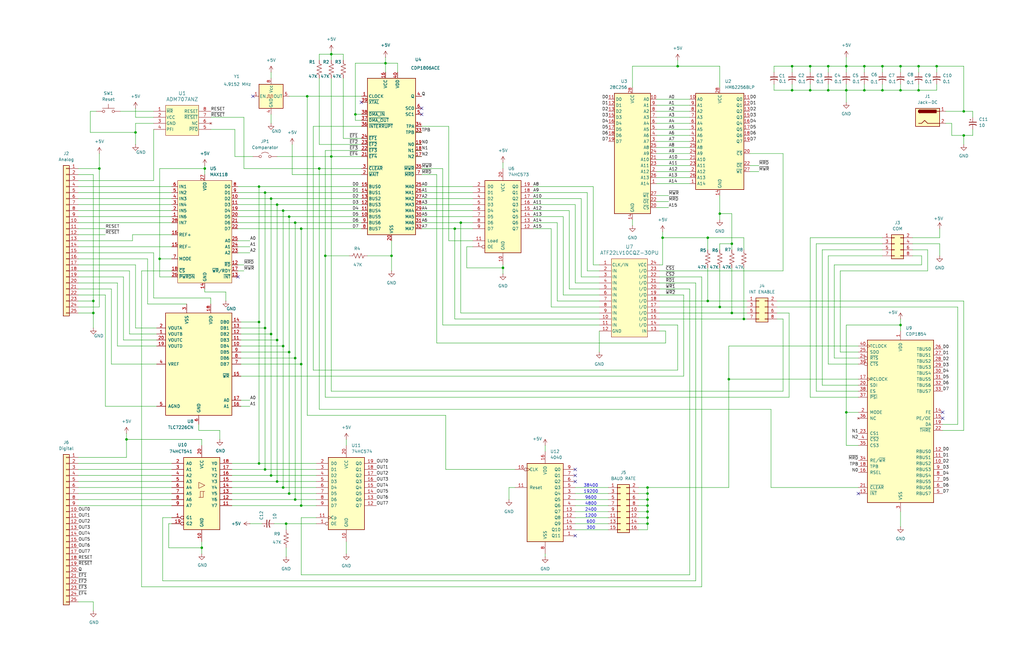
<source format=kicad_sch>
(kicad_sch (version 20250114) (generator "eeschema") (generator_version "9.0")
  (paper "B")
  (text "600" (at 249.174 220.218 0) (effects (font (size 1.27 1.27))))
  (text "9600" (at 249.174 210.058 0) (effects (font (size 1.27 1.27))))
  (text "38400" (at 249.174 204.978 0) (effects (font (size 1.27 1.27))))
  (text "300" (at 249.174 222.758 0) (effects (font (size 1.27 1.27))))
  (text "2400" (at 249.174 215.138 0) (effects (font (size 1.27 1.27))))
  (text "4800" (at 249.174 212.598 0) (effects (font (size 1.27 1.27))))
  (text "19200" (at 249.174 207.518 0) (effects (font (size 1.27 1.27))))
  (text "1200" (at 249.174 217.678 0) (effects (font (size 1.27 1.27))))
  (junction (at 134.62 71.12))
  (junction (at 120.65 220.98))
  (junction (at 119.38 88.9))
  (junction (at 387.35 27.94))
  (junction (at 149.86 48.26))
  (junction (at 334.01 27.94))
  (junction (at 273.05 213.36))
  (junction (at 298.45 100.33))
  (junction (at 127 213.36))
  (junction (at 356.87 173.99))
  (junction (at 119.38 146.05))
  (junction (at 372.11 38.1))
  (junction (at 194.31 93.98))
  (junction (at 212.09 113.03))
  (junction (at 379.73 38.1))
  (junction (at 124.46 93.98))
  (junction (at 121.92 208.28))
  (junction (at 114.3 200.66))
  (junction (at 341.63 27.94))
  (junction (at 139.7 22.86))
  (junction (at 372.11 27.94))
  (junction (at 53.34 185.42))
  (junction (at 356.87 27.94))
  (junction (at 285.75 27.94))
  (junction (at 273.05 208.28))
  (junction (at 109.22 78.74))
  (junction (at 307.34 160.02))
  (junction (at 334.01 38.1))
  (junction (at 137.16 107.95))
  (junction (at 308.61 132.08))
  (junction (at 41.91 71.12))
  (junction (at 109.22 135.89))
  (junction (at 57.15 55.88))
  (junction (at 119.38 205.74))
  (junction (at 116.84 203.2))
  (junction (at 273.05 205.74))
  (junction (at 406.4 46.99))
  (junction (at 298.45 127))
  (junction (at 111.76 138.43))
  (junction (at 67.31 109.22))
  (junction (at 313.69 134.62))
  (junction (at 273.05 210.82))
  (junction (at 308.61 102.87))
  (junction (at 356.87 38.1))
  (junction (at 39.37 127))
  (junction (at 303.53 129.54))
  (junction (at 406.4 57.15))
  (junction (at 114.3 140.97))
  (junction (at 114.3 83.82))
  (junction (at 394.97 27.94))
  (junction (at 273.05 220.98))
  (junction (at 127 96.52))
  (junction (at 39.37 132.08))
  (junction (at 279.4 100.33))
  (junction (at 349.25 38.1))
  (junction (at 379.73 137.16))
  (junction (at 162.56 26.67))
  (junction (at 303.53 90.17))
  (junction (at 121.92 91.44))
  (junction (at 111.76 198.12))
  (junction (at 379.73 27.94))
  (junction (at 124.46 151.13))
  (junction (at 191.77 96.52))
  (junction (at 109.22 195.58))
  (junction (at 273.05 218.44))
  (junction (at 116.84 143.51))
  (junction (at 364.49 38.1))
  (junction (at 341.63 38.1))
  (junction (at 86.36 71.12))
  (junction (at 364.49 27.94))
  (junction (at 387.35 38.1))
  (junction (at 349.25 27.94))
  (junction (at 85.09 231.14))
  (junction (at 116.84 86.36))
  (junction (at 127 153.67))
  (junction (at 129.54 40.64))
  (junction (at 273.05 215.9))
  (junction (at 124.46 210.82))
  (junction (at 165.1 107.95))
  (junction (at 111.76 81.28))
  (junction (at 139.7 66.04))
  (junction (at 121.92 148.59))
  (no_connect (at 397.51 173.99))
  (no_connect (at 242.57 198.12))
  (no_connect (at 177.8 48.26))
  (no_connect (at 177.8 45.72))
  (no_connect (at 242.57 226.06))
  (no_connect (at 242.57 203.2))
  (no_connect (at 397.51 176.53))
  (no_connect (at 152.4 43.18))
  (no_connect (at 100.33 116.84))
  (no_connect (at 242.57 200.66))
  (no_connect (at 361.95 208.28))
  (no_connect (at 106.68 40.64))
  (wire (pts (xy 33.02 200.66) (xy 72.39 200.66)))
  (wire (pts (xy 278.13 132.08) (xy 308.61 132.08)))
  (wire (pts (xy 49.53 146.05) (xy 49.53 119.38)))
  (wire (pts (xy 109.22 195.58) (xy 109.22 135.89)))
  (wire (pts (xy 57.15 55.88) (xy 57.15 52.07)))
  (wire (pts (xy 100.33 91.44) (xy 121.92 91.44)))
  (wire (pts (xy 280.67 144.78) (xy 184.15 144.78)))
  (wire (pts (xy 177.8 81.28) (xy 199.39 81.28)))
  (wire (pts (xy 33.02 76.2) (xy 64.77 76.2)))
  (wire (pts (xy 59.69 247.65) (xy 295.91 247.65)))
  (wire (pts (xy 100.33 88.9) (xy 119.38 88.9)))
  (wire (pts (xy 326.39 35.56) (xy 326.39 38.1)))
  (wire (pts (xy 165.1 107.95) (xy 165.1 114.3)))
  (wire (pts (xy 273.05 205.74) (xy 273.05 208.28)))
  (wire (pts (xy 100.33 96.52) (xy 127 96.52)))
  (wire (pts (xy 123.19 73.66) (xy 152.4 73.66)))
  (wire (pts (xy 242.57 208.28) (xy 256.54 208.28)))
  (wire (pts (xy 33.02 88.9) (xy 72.39 88.9)))
  (wire (pts (xy 114.3 200.66) (xy 114.3 140.97)))
  (wire (pts (xy 379.73 215.9) (xy 379.73 222.25)))
  (wire (pts (xy 314.96 134.62) (xy 313.69 134.62)))
  (wire (pts (xy 406.4 57.15) (xy 410.21 57.15)))
  (wire (pts (xy 242.57 210.82) (xy 256.54 210.82)))
  (wire (pts (xy 119.38 205.74) (xy 133.35 205.74)))
  (wire (pts (xy 334.01 35.56) (xy 334.01 38.1)))
  (wire (pts (xy 224.79 93.98) (xy 234.95 93.98)))
  (wire (pts (xy 245.11 83.82) (xy 245.11 116.84)))
  (wire (pts (xy 149.86 26.67) (xy 162.56 26.67)))
  (wire (pts (xy 33.02 83.82) (xy 72.39 83.82)))
  (wire (pts (xy 387.35 30.48) (xy 387.35 27.94)))
  (wire (pts (xy 59.69 114.3) (xy 59.69 247.65)))
  (wire (pts (xy 199.39 104.14) (xy 196.85 104.14)))
  (wire (pts (xy 327.66 134.62) (xy 330.2 134.62)))
  (wire (pts (xy 101.6 143.51) (xy 116.84 143.51)))
  (wire (pts (xy 285.75 27.94) (xy 303.53 27.94)))
  (wire (pts (xy 33.02 78.74) (xy 72.39 78.74)))
  (wire (pts (xy 307.34 160.02) (xy 361.95 160.02)))
  (wire (pts (xy 71.12 220.98) (xy 71.12 231.14)))
  (wire (pts (xy 33.02 203.2) (xy 72.39 203.2)))
  (wire (pts (xy 67.31 71.12) (xy 86.36 71.12)))
  (wire (pts (xy 120.65 220.98) (xy 120.65 223.52)))
  (wire (pts (xy 278.13 139.7) (xy 280.67 139.7)))
  (wire (pts (xy 124.46 93.98) (xy 152.4 93.98)))
  (wire (pts (xy 361.95 205.74) (xy 325.12 205.74)))
  (wire (pts (xy 387.35 35.56) (xy 387.35 38.1)))
  (wire (pts (xy 132.08 53.34) (xy 152.4 53.34)))
  (wire (pts (xy 101.6 148.59) (xy 121.92 148.59)))
  (wire (pts (xy 410.21 49.53) (xy 410.21 46.99)))
  (wire (pts (xy 196.85 113.03) (xy 212.09 113.03)))
  (wire (pts (xy 276.86 82.55) (xy 281.94 82.55)))
  (wire (pts (xy 327.66 127) (xy 406.4 127)))
  (wire (pts (xy 224.79 88.9) (xy 240.03 88.9)))
  (wire (pts (xy 146.05 228.6) (xy 146.05 233.68)))
  (wire (pts (xy 242.57 218.44) (xy 256.54 218.44)))
  (wire (pts (xy 146.05 185.42) (xy 146.05 187.96)))
  (wire (pts (xy 232.41 96.52) (xy 232.41 129.54)))
  (wire (pts (xy 398.78 46.99) (xy 406.4 46.99)))
  (wire (pts (xy 177.8 88.9) (xy 199.39 88.9)))
  (wire (pts (xy 72.39 99.06) (xy 55.88 99.06)))
  (wire (pts (xy 212.09 68.58) (xy 212.09 71.12)))
  (wire (pts (xy 33.02 86.36) (xy 72.39 86.36)))
  (wire (pts (xy 379.73 35.56) (xy 379.73 38.1)))
  (wire (pts (xy 33.02 210.82) (xy 72.39 210.82)))
  (wire (pts (xy 83.82 181.61) (xy 92.71 181.61)))
  (wire (pts (xy 276.86 85.09) (xy 281.94 85.09)))
  (wire (pts (xy 111.76 198.12) (xy 133.35 198.12)))
  (wire (pts (xy 341.63 38.1) (xy 349.25 38.1)))
  (wire (pts (xy 55.88 99.06) (xy 55.88 101.6)))
  (wire (pts (xy 316.23 64.77) (xy 330.2 64.77)))
  (wire (pts (xy 62.23 128.27) (xy 78.74 128.27)))
  (wire (pts (xy 86.36 123.19) (xy 95.25 123.19)))
  (wire (pts (xy 252.73 114.3) (xy 247.65 114.3)))
  (wire (pts (xy 139.7 22.86) (xy 139.7 25.4)))
  (wire (pts (xy 68.58 245.11) (xy 293.37 245.11)))
  (wire (pts (xy 121.92 40.64) (xy 129.54 40.64)))
  (wire (pts (xy 119.38 205.74) (xy 119.38 146.05)))
  (wire (pts (xy 252.73 137.16) (xy 186.69 137.16)))
  (wire (pts (xy 379.73 137.16) (xy 379.73 139.7)))
  (wire (pts (xy 330.2 64.77) (xy 330.2 114.3)))
  (wire (pts (xy 313.69 113.03) (xy 313.69 134.62)))
  (wire (pts (xy 361.95 165.1) (xy 344.17 165.1)))
  (wire (pts (xy 303.53 105.41) (xy 303.53 102.87)))
  (wire (pts (xy 57.15 60.96) (xy 57.15 55.88)))
  (wire (pts (xy 316.23 69.85) (xy 320.04 69.85)))
  (wire (pts (xy 139.7 21.59) (xy 139.7 22.86)))
  (wire (pts (xy 276.86 77.47) (xy 290.83 77.47)))
  (wire (pts (xy 149.86 50.8) (xy 149.86 48.26)))
  (wire (pts (xy 144.78 22.86) (xy 144.78 25.4)))
  (wire (pts (xy 85.09 228.6) (xy 85.09 231.14)))
  (wire (pts (xy 379.73 27.94) (xy 387.35 27.94)))
  (wire (pts (xy 33.02 213.36) (xy 72.39 213.36)))
  (wire (pts (xy 162.56 30.48) (xy 162.56 26.67)))
  (wire (pts (xy 55.88 101.6) (xy 33.02 101.6)))
  (wire (pts (xy 242.57 86.36) (xy 224.79 86.36)))
  (wire (pts (xy 137.16 107.95) (xy 147.32 107.95)))
  (wire (pts (xy 349.25 27.94) (xy 349.25 30.48)))
  (wire (pts (xy 177.8 96.52) (xy 191.77 96.52)))
  (wire (pts (xy 177.8 83.82) (xy 199.39 83.82)))
  (wire (pts (xy 67.31 109.22) (xy 67.31 71.12)))
  (wire (pts (xy 177.8 63.5) (xy 175.26 63.5)))
  (wire (pts (xy 121.92 91.44) (xy 152.4 91.44)))
  (wire (pts (xy 133.35 218.44) (xy 127 218.44)))
  (wire (pts (xy 144.78 33.02) (xy 144.78 58.42)))
  (wire (pts (xy 139.7 66.04) (xy 152.4 66.04)))
  (wire (pts (xy 273.05 213.36) (xy 273.05 215.9)))
  (wire (pts (xy 101.6 151.13) (xy 124.46 151.13)))
  (wire (pts (xy 224.79 83.82) (xy 245.11 83.82)))
  (wire (pts (xy 72.39 220.98) (xy 71.12 220.98)))
  (wire (pts (xy 177.8 91.44) (xy 199.39 91.44)))
  (wire (pts (xy 396.24 102.87) (xy 396.24 107.95)))
  (wire (pts (xy 391.16 105.41) (xy 384.81 105.41)))
  (wire (pts (xy 278.13 134.62) (xy 313.69 134.62)))
  (wire (pts (xy 92.71 181.61) (xy 92.71 185.42)))
  (wire (pts (xy 325.12 172.72) (xy 134.62 172.72)))
  (wire (pts (xy 307.34 146.05) (xy 307.34 160.02)))
  (wire (pts (xy 154.94 107.95) (xy 165.1 107.95)))
  (wire (pts (xy 341.63 27.94) (xy 334.01 27.94)))
  (wire (pts (xy 41.91 129.54) (xy 41.91 71.12)))
  (wire (pts (xy 364.49 35.56) (xy 364.49 38.1)))
  (wire (pts (xy 127 213.36) (xy 133.35 213.36)))
  (wire (pts (xy 387.35 27.94) (xy 394.97 27.94)))
  (wire (pts (xy 33.02 129.54) (xy 41.91 129.54)))
  (wire (pts (xy 187.96 175.26) (xy 129.54 175.26)))
  (wire (pts (xy 330.2 165.1) (xy 139.7 165.1)))
  (wire (pts (xy 116.84 86.36) (xy 152.4 86.36)))
  (wire (pts (xy 332.74 132.08) (xy 327.66 132.08)))
  (wire (pts (xy 401.32 52.07) (xy 401.32 57.15)))
  (wire (pts (xy 356.87 173.99) (xy 361.95 173.99)))
  (wire (pts (xy 114.3 48.26) (xy 114.3 52.07)))
  (wire (pts (xy 121.92 148.59) (xy 121.92 208.28)))
  (wire (pts (xy 354.33 148.59) (xy 361.95 148.59)))
  (wire (pts (xy 62.23 109.22) (xy 62.23 128.27)))
  (wire (pts (xy 100.33 83.82) (xy 114.3 83.82)))
  (wire (pts (xy 356.87 27.94) (xy 356.87 30.48)))
  (wire (pts (xy 196.85 104.14) (xy 196.85 113.03)))
  (wire (pts (xy 288.29 158.75) (xy 101.6 158.75)))
  (wire (pts (xy 290.83 49.53) (xy 276.86 49.53)))
  (wire (pts (xy 351.79 111.76) (xy 351.79 151.13)))
  (wire (pts (xy 334.01 27.94) (xy 334.01 30.48)))
  (wire (pts (xy 139.7 22.86) (xy 144.78 22.86)))
  (wire (pts (xy 273.05 210.82) (xy 273.05 213.36)))
  (wire (pts (xy 33.02 193.04) (xy 53.34 193.04)))
  (wire (pts (xy 57.15 52.07) (xy 64.77 52.07)))
  (wire (pts (xy 114.3 30.48) (xy 114.3 33.02)))
  (wire (pts (xy 33.02 96.52) (xy 44.45 96.52)))
  (wire (pts (xy 97.79 210.82) (xy 124.46 210.82)))
  (wire (pts (xy 237.49 91.44) (xy 237.49 124.46)))
  (wire (pts (xy 406.4 181.61) (xy 397.51 181.61)))
  (wire (pts (xy 33.02 208.28) (xy 72.39 208.28)))
  (wire (pts (xy 290.83 62.23) (xy 276.86 62.23)))
  (wire (pts (xy 177.8 93.98) (xy 194.31 93.98)))
  (wire (pts (xy 217.17 198.12) (xy 187.96 198.12)))
  (wire (pts (xy 224.79 91.44) (xy 237.49 91.44)))
  (wire (pts (xy 279.4 100.33) (xy 298.45 100.33)))
  (wire (pts (xy 137.16 107.95) (xy 137.16 167.64)))
  (wire (pts (xy 252.73 127) (xy 234.95 127)))
  (wire (pts (xy 341.63 27.94) (xy 341.63 30.48)))
  (wire (pts (xy 95.25 123.19) (xy 95.25 127)))
  (wire (pts (xy 247.65 114.3) (xy 247.65 81.28)))
  (wire (pts (xy 134.62 172.72) (xy 134.62 71.12)))
  (wire (pts (xy 41.91 71.12) (xy 41.91 64.77)))
  (wire (pts (xy 85.09 185.42) (xy 53.34 185.42)))
  (wire (pts (xy 290.83 52.07) (xy 276.86 52.07)))
  (wire (pts (xy 288.29 124.46) (xy 288.29 158.75)))
  (wire (pts (xy 109.22 78.74) (xy 152.4 78.74)))
  (wire (pts (xy 252.73 129.54) (xy 232.41 129.54)))
  (wire (pts (xy 100.33 106.68) (xy 105.41 106.68)))
  (wire (pts (xy 83.82 179.07) (xy 83.82 181.61)))
  (wire (pts (xy 356.87 38.1) (xy 356.87 43.18)))
  (wire (pts (xy 57.15 49.53) (xy 57.15 45.72)))
  (wire (pts (xy 349.25 107.95) (xy 372.11 107.95)))
  (wire (pts (xy 303.53 82.55) (xy 303.53 90.17)))
  (wire (pts (xy 391.16 114.3) (xy 391.16 105.41)))
  (wire (pts (xy 269.24 205.74) (xy 273.05 205.74)))
  (wire (pts (xy 167.64 26.67) (xy 167.64 30.48)))
  (wire (pts (xy 101.6 140.97) (xy 114.3 140.97)))
  (wire (pts (xy 105.41 220.98) (xy 110.49 220.98)))
  (wire (pts (xy 290.83 64.77) (xy 276.86 64.77)))
  (wire (pts (xy 379.73 27.94) (xy 379.73 30.48)))
  (wire (pts (xy 101.6 168.91) (xy 105.41 168.91)))
  (wire (pts (xy 273.05 215.9) (xy 273.05 218.44)))
  (wire (pts (xy 349.25 27.94) (xy 341.63 27.94)))
  (wire (pts (xy 59.69 114.3) (xy 72.39 114.3)))
  (wire (pts (xy 33.02 104.14) (xy 72.39 104.14)))
  (wire (pts (xy 40.64 46.99) (xy 38.1 46.99)))
  (wire (pts (xy 278.13 119.38) (xy 293.37 119.38)))
  (wire (pts (xy 346.71 105.41) (xy 346.71 162.56)))
  (wire (pts (xy 293.37 119.38) (xy 293.37 245.11)))
  (wire (pts (xy 384.81 107.95) (xy 388.62 107.95)))
  (wire (pts (xy 53.34 182.88) (xy 53.34 185.42)))
  (wire (pts (xy 316.23 72.39) (xy 320.04 72.39)))
  (wire (pts (xy 134.62 22.86) (xy 139.7 22.86)))
  (wire (pts (xy 120.65 231.14) (xy 120.65 234.95)))
  (wire (pts (xy 250.19 111.76) (xy 252.73 111.76)))
  (wire (pts (xy 33.02 106.68) (xy 64.77 106.68)))
  (wire (pts (xy 67.31 116.84) (xy 72.39 116.84)))
  (wire (pts (xy 114.3 83.82) (xy 114.3 140.97)))
  (wire (pts (xy 354.33 148.59) (xy 354.33 114.3)))
  (wire (pts (xy 290.83 59.69) (xy 276.86 59.69)))
  (wire (pts (xy 102.87 71.12) (xy 134.62 71.12)))
  (wire (pts (xy 372.11 35.56) (xy 372.11 38.1)))
  (wire (pts (xy 303.53 27.94) (xy 303.53 36.83)))
  (wire (pts (xy 278.13 137.16) (xy 285.75 137.16)))
  (wire (pts (xy 57.15 138.43) (xy 66.04 138.43)))
  (wire (pts (xy 139.7 33.02) (xy 139.7 66.04)))
  (wire (pts (xy 124.46 210.82) (xy 124.46 151.13)))
  (wire (pts (xy 252.73 132.08) (xy 194.31 132.08)))
  (wire (pts (xy 152.4 50.8) (xy 149.86 50.8)))
  (wire (pts (xy 165.1 101.6) (xy 165.1 107.95)))
  (wire (pts (xy 269.24 220.98) (xy 273.05 220.98)))
  (wire (pts (xy 124.46 210.82) (xy 133.35 210.82)))
  (wire (pts (xy 33.02 254) (xy 39.37 254)))
  (wire (pts (xy 33.02 132.08) (xy 39.37 132.08)))
  (wire (pts (xy 149.86 48.26) (xy 152.4 48.26)))
  (wire (pts (xy 115.57 220.98) (xy 120.65 220.98)))
  (wire (pts (xy 97.79 200.66) (xy 114.3 200.66)))
  (wire (pts (xy 276.86 87.63) (xy 281.94 87.63)))
  (wire (pts (xy 303.53 90.17) (xy 308.61 90.17)))
  (wire (pts (xy 403.86 179.07) (xy 403.86 129.54)))
  (wire (pts (xy 120.65 220.98) (xy 133.35 220.98)))
  (wire (pts (xy 308.61 113.03) (xy 308.61 132.08)))
  (wire (pts (xy 116.84 203.2) (xy 116.84 143.51)))
  (wire (pts (xy 379.73 27.94) (xy 372.11 27.94)))
  (wire (pts (xy 52.07 143.51) (xy 66.04 143.51)))
  (wire (pts (xy 384.81 100.33) (xy 396.24 100.33)))
  (wire (pts (xy 162.56 26.67) (xy 162.56 24.13)))
  (wire (pts (xy 308.61 90.17) (xy 308.61 102.87)))
  (wire (pts (xy 398.78 52.07) (xy 401.32 52.07)))
  (wire (pts (xy 52.07 116.84) (xy 52.07 143.51)))
  (wire (pts (xy 356.87 137.16) (xy 356.87 173.99)))
  (wire (pts (xy 354.33 114.3) (xy 391.16 114.3)))
  (wire (pts (xy 252.73 119.38) (xy 242.57 119.38)))
  (wire (pts (xy 162.56 26.67) (xy 167.64 26.67)))
  (wire (pts (xy 33.02 198.12) (xy 72.39 198.12)))
  (wire (pts (xy 134.62 60.96) (xy 134.62 33.02)))
  (wire (pts (xy 349.25 35.56) (xy 349.25 38.1)))
  (wire (pts (xy 269.24 215.9) (xy 273.05 215.9)))
  (wire (pts (xy 372.11 27.94) (xy 372.11 30.48)))
  (wire (pts (xy 401.32 57.15) (xy 406.4 57.15)))
  (wire (pts (xy 285.75 137.16) (xy 285.75 156.21)))
  (wire (pts (xy 279.4 111.76) (xy 278.13 111.76)))
  (wire (pts (xy 64.77 106.68) (xy 64.77 125.73)))
  (wire (pts (xy 273.05 208.28) (xy 273.05 210.82)))
  (wire (pts (xy 149.86 26.67) (xy 149.86 48.26)))
  (wire (pts (xy 346.71 162.56) (xy 361.95 162.56)))
  (wire (pts (xy 384.81 102.87) (xy 396.24 102.87)))
  (wire (pts (xy 346.71 105.41) (xy 372.11 105.41)))
  (wire (pts (xy 134.62 60.96) (xy 152.4 60.96)))
  (wire (pts (xy 100.33 86.36) (xy 116.84 86.36)))
  (wire (pts (xy 101.6 146.05) (xy 119.38 146.05)))
  (wire (pts (xy 278.13 121.92) (xy 290.83 121.92)))
  (wire (pts (xy 129.54 40.64) (xy 152.4 40.64)))
  (wire (pts (xy 72.39 109.22) (xy 67.31 109.22)))
  (wire (pts (xy 242.57 215.9) (xy 256.54 215.9)))
  (wire (pts (xy 119.38 88.9) (xy 152.4 88.9)))
  (wire (pts (xy 245.11 116.84) (xy 252.73 116.84)))
  (wire (pts (xy 100.33 81.28) (xy 111.76 81.28)))
  (wire (pts (xy 266.7 27.94) (xy 285.75 27.94)))
  (wire (pts (xy 229.87 187.96) (xy 229.87 190.5)))
  (wire (pts (xy 64.77 54.61) (xy 64.77 76.2)))
  (wire (pts (xy 189.23 101.6) (xy 199.39 101.6)))
  (wire (pts (xy 276.86 74.93) (xy 290.83 74.93)))
  (wire (pts (xy 364.49 38.1) (xy 372.11 38.1)))
  (wire (pts (xy 33.02 73.66) (xy 39.37 73.66)))
  (wire (pts (xy 33.02 109.22) (xy 62.23 109.22)))
  (wire (pts (xy 361.95 187.96) (xy 356.87 187.96)))
  (wire (pts (xy 242.57 223.52) (xy 256.54 223.52)))
  (wire (pts (xy 332.74 167.64) (xy 332.74 132.08)))
  (wire (pts (xy 100.33 93.98) (xy 124.46 93.98)))
  (wire (pts (xy 66.04 146.05) (xy 49.53 146.05)))
  (wire (pts (xy 116.84 203.2) (xy 133.35 203.2)))
  (wire (pts (xy 134.62 71.12) (xy 152.4 71.12)))
  (wire (pts (xy 39.37 132.08) (xy 39.37 138.43)))
  (wire (pts (xy 290.83 69.85) (xy 276.86 69.85)))
  (wire (pts (xy 97.79 195.58) (xy 109.22 195.58)))
  (wire (pts (xy 224.79 81.28) (xy 247.65 81.28)))
  (wire (pts (xy 341.63 167.64) (xy 361.95 167.64)))
  (wire (pts (xy 290.83 54.61) (xy 276.86 54.61)))
  (wire (pts (xy 124.46 151.13) (xy 124.46 93.98)))
  (wire (pts (xy 121.92 148.59) (xy 121.92 91.44)))
  (wire (pts (xy 266.7 92.71) (xy 266.7 95.25)))
  (wire (pts (xy 88.9 49.53) (xy 102.87 49.53)))
  (wire (pts (xy 313.69 105.41) (xy 313.69 100.33)))
  (wire (pts (xy 313.69 100.33) (xy 298.45 100.33)))
  (wire (pts (xy 127 213.36) (xy 127 153.67)))
  (wire (pts (xy 325.12 205.74) (xy 325.12 172.72)))
  (wire (pts (xy 86.36 121.92) (xy 86.36 123.19)))
  (wire (pts (xy 341.63 35.56) (xy 341.63 38.1)))
  (wire (pts (xy 234.95 93.98) (xy 234.95 127)))
  (wire (pts (xy 242.57 119.38) (xy 242.57 86.36)))
  (wire (pts (xy 298.45 113.03) (xy 298.45 127)))
  (wire (pts (xy 67.31 109.22) (xy 67.31 116.84)))
  (wire (pts (xy 250.19 78.74) (xy 250.19 111.76)))
  (wire (pts (xy 99.06 54.61) (xy 99.06 66.04)))
  (wire (pts (xy 278.13 116.84) (xy 295.91 116.84)))
  (wire (pts (xy 379.73 134.62) (xy 379.73 137.16)))
  (wire (pts (xy 46.99 153.67) (xy 46.99 121.92)))
  (wire (pts (xy 137.16 63.5) (xy 137.16 107.95)))
  (wire (pts (xy 269.24 218.44) (xy 273.05 218.44)))
  (wire (pts (xy 137.16 167.64) (xy 332.74 167.64)))
  (wire (pts (xy 184.15 73.66) (xy 184.15 144.78)))
  (wire (pts (xy 290.83 46.99) (xy 276.86 46.99)))
  (wire (pts (xy 212.09 111.76) (xy 212.09 113.03)))
  (wire (pts (xy 39.37 127) (xy 39.37 132.08)))
  (wire (pts (xy 224.79 78.74) (xy 250.19 78.74)))
  (wire (pts (xy 406.4 57.15) (xy 406.4 60.96)))
  (wire (pts (xy 242.57 213.36) (xy 256.54 213.36)))
  (wire (pts (xy 191.77 134.62) (xy 191.77 96.52)))
  (wire (pts (xy 39.37 254) (xy 39.37 257.81)))
  (wire (pts (xy 278.13 114.3) (xy 330.2 114.3)))
  (wire (pts (xy 285.75 156.21) (xy 132.08 156.21)))
  (wire (pts (xy 97.79 198.12) (xy 111.76 198.12)))
  (wire (pts (xy 116.84 143.51) (xy 116.84 86.36)))
  (wire (pts (xy 97.79 213.36) (xy 127 213.36)))
  (wire (pts (xy 290.83 121.92) (xy 290.83 242.57)))
  (wire (pts (xy 307.34 205.74) (xy 273.05 205.74)))
  (wire (pts (xy 298.45 105.41) (xy 298.45 100.33)))
  (wire (pts (xy 86.36 71.12) (xy 86.36 73.66)))
  (wire (pts (xy 66.04 171.45) (xy 44.45 171.45)))
  (wire (pts (xy 38.1 46.99) (xy 38.1 55.88)))
  (wire (pts (xy 33.02 111.76) (xy 57.15 111.76)))
  (wire (pts (xy 356.87 137.16) (xy 379.73 137.16)))
  (wire (pts (xy 100.33 101.6) (xy 105.41 101.6)))
  (wire (pts (xy 127 218.44) (xy 127 242.57)))
  (wire (pts (xy 212.09 113.03) (xy 212.09 115.57)))
  (wire (pts (xy 344.17 165.1) (xy 344.17 102.87)))
  (wire (pts (xy 410.21 46.99) (xy 406.4 46.99)))
  (wire (pts (xy 33.02 116.84) (xy 52.07 116.84)))
  (wire (pts (xy 356.87 27.94) (xy 349.25 27.94)))
  (wire (pts (xy 33.02 81.28) (xy 72.39 81.28)))
  (wire (pts (xy 279.4 100.33) (xy 279.4 111.76)))
  (wire (pts (xy 86.36 69.85) (xy 86.36 71.12)))
  (wire (pts (xy 100.33 104.14) (xy 105.41 104.14)))
  (wire (pts (xy 33.02 91.44) (xy 72.39 91.44)))
  (wire (pts (xy 394.97 27.94) (xy 394.97 30.48)))
  (wire (pts (xy 308.61 132.08) (xy 314.96 132.08)))
  (wire (pts (xy 298.45 127) (xy 314.96 127)))
  (wire (pts (xy 102.87 49.53) (xy 102.87 71.12)))
  (wire (pts (xy 49.53 119.38) (xy 33.02 119.38)))
  (wire (pts (xy 269.24 210.82) (xy 273.05 210.82)))
  (wire (pts (xy 266.7 36.83) (xy 266.7 27.94)))
  (wire (pts (xy 341.63 100.33) (xy 372.11 100.33)))
  (wire (pts (xy 269.24 213.36) (xy 273.05 213.36)))
  (wire (pts (xy 33.02 93.98) (xy 72.39 93.98)))
  (wire (pts (xy 217.17 205.74) (xy 214.63 205.74)))
  (wire (pts (xy 364.49 27.94) (xy 356.87 27.94)))
  (wire (pts (xy 177.8 78.74) (xy 199.39 78.74)))
  (wire (pts (xy 68.58 218.44) (xy 68.58 245.11)))
  (wire (pts (xy 351.79 151.13) (xy 361.95 151.13)))
  (wire (pts (xy 273.05 220.98) (xy 273.05 223.52)))
  (wire (pts (xy 46.99 121.92) (xy 33.02 121.92)))
  (wire (pts (xy 144.78 58.42) (xy 152.4 58.42)))
  (wire (pts (xy 97.79 208.28) (xy 121.92 208.28)))
  (wire (pts (xy 33.02 99.06) (xy 44.45 99.06)))
  (wire (pts (xy 177.8 71.12) (xy 186.69 71.12)))
  (wire (pts (xy 269.24 208.28) (xy 273.05 208.28)))
  (wire (pts (xy 194.31 132.08) (xy 194.31 93.98)))
  (wire (pts (xy 119.38 146.05) (xy 119.38 88.9)))
  (wire (pts (xy 44.45 171.45) (xy 44.45 124.46)))
  (wire (pts (xy 139.7 165.1) (xy 139.7 66.04)))
  (wire (pts (xy 356.87 187.96) (xy 356.87 173.99)))
  (wire (pts (xy 114.3 83.82) (xy 152.4 83.82)))
  (wire (pts (xy 109.22 195.58) (xy 133.35 195.58)))
  (wire (pts (xy 134.62 25.4) (xy 134.62 22.86)))
  (wire (pts (xy 132.08 156.21) (xy 132.08 53.34)))
  (wire (pts (xy 252.73 124.46) (xy 237.49 124.46)))
  (wire (pts (xy 290.83 44.45) (xy 276.86 44.45)))
  (wire (pts (xy 240.03 88.9) (xy 240.03 121.92)))
  (wire (pts (xy 97.79 203.2) (xy 116.84 203.2)))
  (wire (pts (xy 101.6 135.89) (xy 109.22 135.89)))
  (wire (pts (xy 349.25 38.1) (xy 356.87 38.1)))
  (wire (pts (xy 356.87 35.56) (xy 356.87 38.1)))
  (wire (pts (xy 100.33 78.74) (xy 109.22 78.74)))
  (wire (pts (xy 214.63 205.74) (xy 214.63 210.82)))
  (wire (pts (xy 273.05 218.44) (xy 273.05 220.98)))
  (wire (pts (xy 123.19 60.96) (xy 123.19 73.66)))
  (wire (pts (xy 326.39 27.94) (xy 326.39 30.48)))
  (wire (pts (xy 97.79 205.74) (xy 119.38 205.74)))
  (wire (pts (xy 356.87 38.1) (xy 364.49 38.1)))
  (wire (pts (xy 64.77 49.53) (xy 57.15 49.53)))
  (wire (pts (xy 129.54 40.64) (xy 129.54 175.26)))
  (wire (pts (xy 394.97 27.94) (xy 406.4 27.94)))
  (wire (pts (xy 349.25 153.67) (xy 349.25 107.95)))
  (wire (pts (xy 109.22 78.74) (xy 109.22 135.89)))
  (wire (pts (xy 101.6 153.67) (xy 127 153.67)))
  (wire (pts (xy 242.57 205.74) (xy 256.54 205.74)))
  (wire (pts (xy 394.97 38.1) (xy 394.97 35.56)))
  (wire (pts (xy 303.53 90.17) (xy 303.53 92.71)))
  (wire (pts (xy 330.2 134.62) (xy 330.2 165.1)))
  (wire (pts (xy 50.8 46.99) (xy 64.77 46.99)))
  (wire (pts (xy 269.24 223.52) (xy 273.05 223.52)))
  (wire (pts (xy 278.13 127) (xy 298.45 127)))
  (wire (pts (xy 307.34 160.02) (xy 307.34 205.74)))
  (wire (pts (xy 54.61 140.97) (xy 54.61 114.3)))
  (wire (pts (xy 252.73 121.92) (xy 240.03 121.92)))
  (wire (pts (xy 114.3 200.66) (xy 133.35 200.66)))
  (wire (pts (xy 85.09 187.96) (xy 85.09 185.42)))
  (wire (pts (xy 33.02 205.74) (xy 72.39 205.74)))
  (wire (pts (xy 177.8 60.96) (xy 175.26 60.96)))
  (wire (pts (xy 308.61 102.87) (xy 308.61 105.41)))
  (wire (pts (xy 252.73 134.62) (xy 191.77 134.62)))
  (wire (pts (xy 194.31 93.98) (xy 199.39 93.98)))
  (wire (pts (xy 177.8 86.36) (xy 199.39 86.36)))
  (wire (pts (xy 280.67 139.7) (xy 280.67 144.78)))
  (wire (pts (xy 303.53 129.54) (xy 314.96 129.54)))
  (wire (pts (xy 101.6 171.45) (xy 105.41 171.45)))
  (wire (pts (xy 186.69 71.12) (xy 186.69 137.16)))
  (wire (pts (xy 177.8 53.34) (xy 189.23 53.34)))
  (wire (pts (xy 372.11 38.1) (xy 379.73 38.1)))
  (wire (pts (xy 100.33 111.76) (xy 102.87 111.76)))
  (wire (pts (xy 290.83 67.31) (xy 276.86 67.31)))
  (wire (pts (xy 303.53 102.87) (xy 308.61 102.87)))
  (wire (pts (xy 334.01 27.94) (xy 326.39 27.94)))
  (wire (pts (xy 356.87 24.13) (xy 356.87 27.94)))
  (wire (pts (xy 388.62 107.95) (xy 388.62 111.76)))
  (wire (pts (xy 33.02 127) (xy 39.37 127)))
  (wire (pts (xy 341.63 100.33) (xy 341.63 167.64)))
  (wire (pts (xy 100.33 114.3) (xy 102.87 114.3)))
  (wire (pts (xy 189.23 53.34) (xy 189.23 101.6)))
  (wire (pts (xy 39.37 73.66) (xy 39.37 127)))
  (wire (pts (xy 279.4 97.79) (xy 279.4 100.33)))
  (wire (pts (xy 406.4 127) (xy 406.4 181.61)))
  (wire (pts (xy 290.83 72.39) (xy 276.86 72.39)))
  (wire (pts (xy 229.87 233.68) (xy 229.87 234.95)))
  (wire (pts (xy 191.77 96.52) (xy 199.39 96.52)))
  (wire (pts (xy 187.96 198.12) (xy 187.96 175.26)))
  (wire (pts (xy 68.58 218.44) (xy 72.39 218.44)))
  (wire (pts (xy 290.83 57.15) (xy 276.86 57.15)))
  (wire (pts (xy 288.29 124.46) (xy 278.13 124.46)))
  (wire (pts (xy 133.35 208.28) (xy 121.92 208.28)))
  (wire (pts (xy 111.76 81.28) (xy 152.4 81.28)))
  (wire (pts (xy 116.84 66.04) (xy 139.7 66.04)))
  (wire (pts (xy 177.8 55.88) (xy 175.26 55.88)))
  (wire (pts (xy 127 96.52) (xy 152.4 96.52)))
  (wire (pts (xy 85.09 231.14) (xy 85.09 233.68)))
  (wire (pts (xy 224.79 96.52) (xy 232.41 96.52)))
  (wire (pts (xy 88.9 125.73) (xy 64.77 125.73)))
  (wire (pts (xy 66.04 140.97) (xy 54.61 140.97)))
  (wire (pts (xy 177.8 73.66) (xy 184.15 73.66)))
  (wire (pts (xy 46.99 153.67) (xy 66.04 153.67)))
  (wire (pts (xy 88.9 125.73) (xy 88.9 128.27)))
  (wire (pts (xy 410.21 57.15) (xy 410.21 54.61)))
  (wire (pts (xy 177.8 66.04) (xy 175.26 66.04)))
  (wire (pts (xy 111.76 198.12) (xy 111.76 138.43)))
  (wire (pts (xy 44.45 124.46) (xy 33.02 124.46)))
  (wire (pts (xy 101.6 138.43) (xy 111.76 138.43)))
  (wire (pts (xy 71.12 231.14) (xy 85.09 231.14)))
  (wire (pts (xy 364.49 27.94) (xy 364.49 30.48)))
  (wire (pts (xy 397.51 179.07) (xy 403.86 179.07)))
  (wire (pts (xy 111.76 81.28) (xy 111.76 138.43)))
  (wire (pts (xy 127 242.57) (xy 290.83 242.57)))
  (wire (pts (xy 372.11 27.94) (xy 364.49 27.94)))
  (wire (pts (xy 57.15 111.76) (xy 57.15 138.43)))
  (wire (pts (xy 295.91 247.65) (xy 295.91 116.84)))
  (wire (pts (xy 361.95 153.67) (xy 349.25 153.67)))
  (wire (pts (xy 406.4 46.99) (xy 406.4 27.94)))
  (wire (pts (xy 379.73 38.1) (xy 387.35 38.1)))
  (wire (pts (xy 242.57 220.98) (xy 256.54 220.98)))
  (wire (pts (xy 152.4 63.5) (xy 137.16 63.5)))
  (wire (pts (xy 53.34 193.04) (xy 53.34 185.42)))
  (wire (pts (xy 326.39 38.1) (xy 334.01 38.1)))
  (wire (pts (xy 99.06 66.04) (xy 106.68 66.04)))
  (wire (pts (xy 344.17 102.87) (xy 372.11 102.87)))
  (wire (pts (xy 33.02 71.12) (xy 41.91 71.12)))
  (wire (pts (xy 290.83 41.91) (xy 276.86 41.91)))
  (wire (pts (xy 396.24 100.33) (xy 396.24 96.52)))
  (wire (pts (xy 361.95 146.05) (xy 307.34 146.05)))
  (wire (pts (xy 387.35 38.1) (xy 394.97 38.1)))
  (wire (pts (xy 252.73 139.7) (xy 252.73 148.59)))
  (wire (pts (xy 33.02 195.58) (xy 72.39 195.58)))
  (wire (pts (xy 327.66 129.54) (xy 403.86 129.54)))
  (wire (pts (xy 38.1 55.88) (xy 57.15 55.88)))
  (wire (pts (xy 334.01 38.1) (xy 341.63 38.1)))
  (wire (pts (xy 285.75 25.4) (xy 285.75 27.94)))
  (wire (pts (xy 33.02 114.3) (xy 54.61 114.3)))
  (wire (pts (xy 88.9 54.61) (xy 99.06 54.61)))
  (wire (pts (xy 388.62 111.76) (xy 351.79 111.76)))
  (wire (pts (xy 278.13 129.54) (xy 303.53 129.54)))
  (wire (pts (xy 303.53 113.03) (xy 303.53 129.54)))
  (wire (pts (xy 127 153.67) (xy 127 96.52)))
  (label "A10" (at 285.75 67.31 180))
  (label "A4" (at 177.8 88.9 0))
  (label "A5" (at 177.8 91.44 0))
  (label "D3" (at 397.51 154.94 0))
  (label "A15" (at 224.79 96.52 0))
  (label "~{EF3}" (at 33.02 248.92 0))
  (label "D4" (at 316.23 52.07 0))
  (label "D6" (at 397.51 162.56 0))
  (label "OUT7" (at 158.75 213.36 0))
  (label "A15" (at 281.94 87.63 0))
  (label "~{RD1}" (at 280.67 119.38 0))
  (label "A6" (at 177.8 93.98 0))
  (label "A3" (at 177.8 86.36 0))
  (label "~{EF1}" (at 33.02 243.84 0))
  (label "A3" (at 284.48 49.53 180))
  (label "~{RESET}" (at 44.45 99.06 0))
  (label "N1" (at 361.95 182.88 180))
  (label "A12" (at 224.79 88.9 0))
  (label "~{MWR}" (at 320.04 72.39 0))
  (label "D7" (at 316.23 59.69 0))
  (label "Q" (at 33.02 241.3 0))
  (label "OUT1" (at 33.02 218.44 0))
  (label "A8" (at 284.48 62.23 180))
  (label "OUT2" (at 158.75 200.66 0))
  (label "OUT2" (at 33.02 220.98 0))
  (label "D2" (at 397.51 152.4 0))
  (label "A1" (at 105.41 104.14 0))
  (label "A1" (at 105.41 171.45 0))
  (label "D6" (at 316.23 57.15 0))
  (label "D6" (at 256.54 57.15 180))
  (label "A1" (at 284.48 44.45 180))
  (label "D4" (at 148.59 88.9 0))
  (label "~{CS2}" (at 280.67 116.84 0))
  (label "D4" (at 256.54 52.07 180))
  (label "A2" (at 284.48 46.99 180))
  (label "D3" (at 316.23 49.53 0))
  (label "A4" (at 284.48 52.07 180))
  (label "OUT5" (at 158.75 208.28 0))
  (label "TPB" (at 177.8 55.88 0))
  (label "RESET" (at 33.02 236.22 0))
  (label "D2" (at 256.54 46.99 180))
  (label "D0" (at 397.51 147.32 0))
  (label "A11" (at 285.75 69.85 180))
  (label "D7" (at 397.51 165.1 0))
  (label "D5" (at 397.51 160.02 0))
  (label "D6" (at 148.59 93.98 0))
  (label "A0" (at 105.41 168.91 0))
  (label "~{EF2}" (at 33.02 246.38 0))
  (label "A9" (at 224.79 81.28 0))
  (label "A8" (at 224.79 78.74 0))
  (label "D1" (at 316.23 44.45 0))
  (label "~{MRD}" (at 281.94 85.09 0))
  (label "A11" (at 224.79 86.36 0))
  (label "D0" (at 316.23 41.91 0))
  (label "~{EF2}" (at 147.32 60.96 0))
  (label "D6" (at 397.51 205.74 0))
  (label "~{WR2}" (at 280.67 124.46 0))
  (label "N0" (at 177.8 60.96 0))
  (label "~{MWR}" (at 177.8 71.12 0))
  (label "A1" (at 177.8 81.28 0))
  (label "OUT4" (at 158.75 205.74 0))
  (label "D2" (at 397.51 195.58 0))
  (label "D1" (at 397.51 149.86 0))
  (label "A12" (at 285.75 72.39 180))
  (label "D3" (at 397.51 198.12 0))
  (label "A13" (at 224.79 91.44 0))
  (label "N1" (at 177.8 63.5 0))
  (label "TPB" (at 361.95 196.85 180))
  (label "N0" (at 361.95 199.39 180))
  (label "OUT4" (at 33.02 226.06 0))
  (label "OUT1" (at 158.75 198.12 0))
  (label "D0" (at 148.59 78.74 0))
  (label "~{EF4}" (at 147.32 66.04 0))
  (label "D2" (at 316.23 46.99 0))
  (label "D3" (at 256.54 49.53 180))
  (label "A2" (at 177.8 83.82 0))
  (label "D5" (at 316.23 54.61 0))
  (label "D2" (at 148.59 83.82 0))
  (label "~{MWR}" (at 102.87 114.3 0))
  (label "OUT3" (at 33.02 223.52 0))
  (label "N2" (at 177.8 66.04 0))
  (label "N2" (at 361.95 185.42 180))
  (label "A7" (at 284.48 59.69 180))
  (label "OUT5" (at 33.02 228.6 0))
  (label "D0" (at 397.51 190.5 0))
  (label "~{WR1}" (at 280.67 121.92 0))
  (label "A0" (at 177.8 78.74 0))
  (label "~{EF3}" (at 147.32 63.5 0))
  (label "A7" (at 177.8 96.52 0))
  (label "OUT3" (at 158.75 203.2 0))
  (label "Q" (at 177.8 40.64 0))
  (label "OUT0" (at 33.02 215.9 0))
  (label "D7" (at 397.51 208.28 0))
  (label "~{MRD}" (at 177.8 73.66 0))
  (label "D1" (at 397.51 193.04 0))
  (label "A2" (at 105.41 106.68 0))
  (label "~{EF4}" (at 33.02 251.46 0))
  (label "D1" (at 256.54 44.45 180))
  (label "D7" (at 256.54 59.69 180))
  (label "D4" (at 397.51 200.66 0))
  (label "~{RESET}" (at 33.02 238.76 0))
  (label "~{MWR}" (at 281.94 82.55 0))
  (label "~{MRD}" (at 361.95 194.31 180))
  (label "~{MRD}" (at 102.87 111.76 0))
  (label "A0" (at 284.48 41.91 180))
  (label "D3" (at 148.59 86.36 0))
  (label "A5" (at 284.48 54.61 180))
  (label "D5" (at 397.51 203.2 0))
  (label "D5" (at 256.54 54.61 180))
  (label "A6" (at 284.48 57.15 180))
  (label "A14" (at 281.94 77.47 0))
  (label "D4" (at 397.51 157.48 0))
  (label "A9" (at 284.48 64.77 180))
  (label "OUT0" (at 158.75 195.58 0))
  (label "D7" (at 148.59 96.52 0))
  (label "D1" (at 148.59 81.28 0))
  (label "OUT7" (at 33.02 233.68 0))
  (label "OUT6" (at 158.75 210.82 0))
  (label "D5" (at 148.59 91.44 0))
  (label "A13" (at 281.94 74.93 0))
  (label "~{MRD}" (at 320.04 69.85 0))
  (label "D0" (at 256.54 41.91 180))
  (label "RESET" (at 88.9 46.99 0))
  (label "OUT6" (at 33.02 231.14 0))
  (label "~{CS1}" (at 280.67 114.3 0))
  (label "A0" (at 105.41 101.6 0))
  (label "~{RESET}" (at 88.9 49.53 0))
  (label "~{EF1}" (at 147.32 58.42 0))
  (label "RESET" (at 44.45 96.52 0))
  (label "A10" (at 224.79 83.82 0))
  (label "A14" (at 224.79 93.98 0))
  (symbol (lib_id "Device:R_US") (at 298.45 109.22 0) (unit 1)
    (property "Reference" "R5" (at 295.148 105.664 0) (effects (justify left)))
    (property "Value" "47K" (at 294.132 112.776 0) (effects (justify left)))
    (property "Description" "Resistor, US symbol" (effects (hide yes)))
  )
  (symbol (lib_id "Device:C_Small_US") (at 326.39 33.02 0) (unit 1)
    (property "Reference" "C1" (at 328.422 32.004 0) (effects (justify left)))
    (property "Value" "0.1" (at 328.422 34.29 0) (effects (justify left)))
    (property "Description" "capacitor, small US symbol" (effects (hide yes)))
  )
  (symbol (lib_id "power:+5V") (at 356.87 24.13 0) (unit 1)
    (property "Reference" "#PWR035" (effects (hide yes)))
    (property "Value" "+5V" (at 356.87 19.05 0))
    (property "Description" "Power symbol creates a global label with name \"+5V\"" (effects (hide yes)))
  )
  (symbol (lib_id "74xx:74LS573") (at 212.09 91.44 0) (unit 1)
    (property "Reference" "U6" (at 214.2333 71.12 0) (effects (justify left)))
    (property "Value" "74HC573" (at 214.2333 73.66 0) (effects (justify left)))
    (property "Datasheet" "74xx/74hc573.pdf" (effects (hide yes)))
    (property "Description" "8-bit Latch 3-state outputs" (effects (hide yes)))
  )
  (symbol (lib_id "power:+5V") (at 41.91 64.77 0) (unit 1)
    (property "Reference" "#PWR011" (effects (hide yes)))
    (property "Value" "+5V" (at 41.91 59.69 0))
    (property "Description" "Power symbol creates a global label with name \"+5V\"" (effects (hide yes)))
  )
  (symbol (lib_id "power:GND") (at 266.7 95.25 0) (unit 1)
    (property "Reference" "#PWR015" (effects (hide yes)))
    (property "Value" "GND" (at 266.7 100.33 0))
    (property "Description" "Power symbol creates a global label with name \"GND\" , ground" (effects (hide yes)))
  )
  (symbol (lib_id "power:+5V") (at 396.24 96.52 0) (unit 1)
    (property "Reference" "#PWR016" (effects (hide yes)))
    (property "Value" "+5V" (at 395.732 92.202 0))
    (property "Description" "Power symbol creates a global label with name \"+5V\"" (effects (hide yes)))
  )
  (symbol (lib_id "power:GND") (at 95.25 127 0) (unit 1)
    (property "Reference" "#PWR021" (effects (hide yes)))
    (property "Value" "GND" (at 97.536 130.302 0))
    (property "Description" "Power symbol creates a global label with name \"GND\" , ground" (effects (hide yes)))
  )
  (symbol (lib_id "power:GND") (at 39.37 257.81 0) (unit 1)
    (property "Reference" "#PWR034" (effects (hide yes)))
    (property "Value" "GND" (at 39.624 262.636 0))
    (property "Description" "Power symbol creates a global label with name \"GND\" , ground" (effects (hide yes)))
  )
  (symbol (lib_id "power:+5V") (at 139.7 21.59 0) (unit 1)
    (property "Reference" "#PWR01" (effects (hide yes)))
    (property "Value" "+5V" (at 139.7 16.51 0))
    (property "Description" "Power symbol creates a global label with name \"+5V\"" (effects (hide yes)))
  )
  (symbol (lib_id "CPU:CDP1802ACE") (at 165.1 66.04 0) (unit 1)
    (property "Reference" "U4" (at 175.006 25.146 0) (effects (justify left)))
    (property "Value" "CDP1806ACE" (at 173.228 28.702 0) (effects (justify left)))
    (property "Footprint" "Package_DIP:DIP-40_W15.24mm" (effects (hide yes)))
    (property "Datasheet" "http://www.cosmacelf.com/publications/data-sheets/cdp1802.pdf" (effects (hide yes)))
    (property "Description" "8-bit, General Purpose, 5V, 3.2 MHz, DIP-40" (effects (hide yes)))
  )
  (symbol (lib_id "Connector_Generic:Conn_01x25") (at 27.94 101.6 0) (mirror y) (unit 1)
    (property "Reference" "J2" (at 27.94 64.77 0))
    (property "Value" "Analog" (at 27.94 67.31 0))
    (property "Description" "Generic connector, single row, 01x25, script generated (kicad-library-utils/schlib/autogen/connector/)" (effects (hide yes)))
  )
  (symbol (lib_id "power:+5V") (at 162.56 24.13 0) (unit 1)
    (property "Reference" "#PWR02" (effects (hide yes)))
    (property "Value" "+5V" (at 162.56 19.05 0))
    (property "Description" "Power symbol creates a global label with name \"+5V\"" (effects (hide yes)))
  )
  (symbol (lib_id "New_Library:ADM707ANZ") (at 77.47 50.8 0) (unit 1)
    (property "Reference" "U1" (at 76.835 39.37 0) (effects (font (size 1.524 1.524))))
    (property "Value" "ADM707ANZ" (at 76.835 41.91 0) (effects (font (size 1.524 1.524))))
    (property "Footprint" "Package_DIP:DIP-8_W7.62mm" (effects (hide yes)))
    (property "Datasheet" "ADM707ANZ" (effects (hide yes)))
  )
  (symbol (lib_id "power:+5V") (at 212.09 68.58 0) (unit 1)
    (property "Reference" "#PWR012" (effects (hide yes)))
    (property "Value" "+5V" (at 212.09 63.5 0))
    (property "Description" "Power symbol creates a global label with name \"+5V\"" (effects (hide yes)))
  )
  (symbol (lib_id "4xxx:4040") (at 229.87 210.82 0) (unit 1)
    (property "Reference" "U12" (at 232.0133 190.5 0) (effects (justify left)))
    (property "Value" "4040" (at 232.0133 193.04 0) (effects (justify left)))
    (property "Datasheet" "http://www.intersil.com/content/dam/Intersil/documents/cd40/cd4020bms-24bms-40bms.pdf" (effects (hide yes)))
    (property "Description" "Binary Counter 12 stages (Asynchronous)" (effects (hide yes)))
  )
  (symbol (lib_id "Device:R_US") (at 120.65 227.33 180) (unit 1)
    (property "Reference" "R9" (at 116.84 225.298 0))
    (property "Value" "47K" (at 116.84 228.854 0))
    (property "Description" "Resistor, US symbol" (effects (hide yes)))
  )
  (symbol (lib_id "power:GND") (at 379.73 222.25 0) (unit 1)
    (property "Reference" "#PWR030" (effects (hide yes)))
    (property "Value" "GND" (at 379.73 227.33 0))
    (property "Description" "Power symbol creates a global label with name \"GND\" , ground" (effects (hide yes)))
  )
  (symbol (lib_id "power:+5V") (at 53.34 182.88 0) (unit 1)
    (property "Reference" "#PWR025" (effects (hide yes)))
    (property "Value" "+5V" (at 53.34 177.8 0))
    (property "Description" "Power symbol creates a global label with name \"+5V\"" (effects (hide yes)))
  )
  (symbol (lib_id "Memory_RAM:HM62256BLP") (at 303.53 59.69 0) (unit 1)
    (property "Reference" "U2" (at 305.6733 34.29 0) (effects (justify left)))
    (property "Value" "HM62256BLP" (at 305.6733 36.83 0) (effects (justify left)))
    (property "Footprint" "Package_DIP:DIP-28_W15.24mm" (effects (hide yes)))
    (property "Datasheet" "https://web.mit.edu/6.115/www/document/62256.pdf" (effects (hide yes)))
    (property "Description" "32,768-word × 8-bit High Speed CMOS Static RAM, 70ns, DIP-28" (effects (hide yes)))
  )
  (symbol (lib_id "New_Library:CDP1854") (at 379.73 177.8 0) (unit 1)
    (property "Reference" "U9" (at 381.8733 138.43 0) (effects (justify left)))
    (property "Value" "CDP1854" (at 381.8733 140.97 0) (effects (justify left)))
  )
  (symbol (lib_id "power:+5V") (at 114.3 30.48 0) (unit 1)
    (property "Reference" "#PWR04" (effects (hide yes)))
    (property "Value" "+5V" (at 114.3 25.4 0))
    (property "Description" "Power symbol creates a global label with name \"+5V\"" (effects (hide yes)))
  )
  (symbol (lib_id "Device:C_Small_US") (at 334.01 33.02 0) (unit 1)
    (property "Reference" "C2" (at 336.55 31.8769 0) (effects (justify left)))
    (property "Value" "0.1" (at 336.55 34.4169 0) (effects (justify left)))
    (property "Description" "capacitor, small US symbol" (effects (hide yes)))
  )
  (symbol (lib_id "Device:R_US") (at 313.69 109.22 0) (unit 1)
    (property "Reference" "R8" (at 310.642 105.41 0) (effects (justify left)))
    (property "Value" "47K" (at 309.88 112.776 0) (effects (justify left)))
    (property "Description" "Resistor, US symbol" (effects (hide yes)))
  )
  (symbol (lib_id "Oscillator:CXO_DIP8") (at 114.3 40.64 0) (unit 1)
    (property "Reference" "Y1" (at 99.822 32.258 0))
    (property "Value" "4.9152 MHz" (at 100.076 35.56 0))
    (property "Footprint" "Oscillator:Oscillator_DIP-8" (effects (hide yes)))
    (property "Datasheet" "http://cdn-reichelt.de/documents/datenblatt/B400/OSZI.pdf" (effects (hide yes)))
    (property "Description" "Crystal Clock Oscillator, DIP8-style metal package" (effects (hide yes)))
  )
  (symbol (lib_id "Device:R_US") (at 134.62 29.21 0) (unit 1)
    (property "Reference" "R1" (at 130.302 26.162 0) (effects (justify left)))
    (property "Value" "47K" (at 130.048 32.258 0) (effects (justify left)))
    (property "Description" "Resistor, US symbol" (effects (hide yes)))
  )
  (symbol (lib_id "Jumper:Jumper_2_Open") (at 111.76 66.04 0) (unit 1)
    (property "Reference" "JP1" (at 111.76 59.69 0))
    (property "Value" "Comparator" (at 111.76 62.23 0))
    (property "Description" "Jumper, 2-pole, open" (effects (hide yes)))
  )
  (symbol (lib_id "Device:R_US") (at 308.61 109.22 0) (unit 1)
    (property "Reference" "R7" (at 305.562 105.41 0) (effects (justify left)))
    (property "Value" "47K" (at 304.546 112.776 0) (effects (justify left)))
    (property "Description" "Resistor, US symbol" (effects (hide yes)))
  )
  (symbol (lib_id "power:+5V") (at 229.87 187.96 0) (unit 1)
    (property "Reference" "#PWR028" (effects (hide yes)))
    (property "Value" "+5V" (at 226.568 185.166 0))
    (property "Description" "Power symbol creates a global label with name \"+5V\"" (effects (hide yes)))
  )
  (symbol (lib_id "Connector_Generic:Conn_02x04_Odd_Even") (at 320.04 129.54 0) (unit 1)
    (property "Reference" "J4" (at 321.31 120.65 0))
    (property "Value" "INT ENABLE" (at 321.31 123.19 0))
    (property "Description" "Generic connector, double row, 02x04, odd/even pin numbering scheme (row 1 odd numbers, row 2 even numbers), script generated (kicad-library-utils/schlib/autogen/connector/)" (effects (hide yes)))
  )
  (symbol (lib_id "Analog_DAC:AD7226KN") (at 83.82 153.67 0) (mirror y) (unit 1)
    (property "Reference" "U8" (at 81.6767 177.8 0) (effects (justify left)))
    (property "Value" "TLC7226CN" (at 81.6767 180.34 0) (effects (justify left)))
    (property "Datasheet" "https://www.analog.com/static/imported-files/data_sheets/AD7226.pdf" (effects (hide yes)))
    (property "Description" "Quad 8bit DAC, 4 Channel, Single Reference Voltage, DIP-20" (effects (hide yes)))
  )
  (symbol (lib_id "Device:C_Small_US") (at 364.49 33.02 0) (unit 1)
    (property "Reference" "C6" (at 367.284 31.496 0) (effects (justify left)))
    (property "Value" "0.1" (at 367.03 34.544 0) (effects (justify left)))
    (property "Description" "capacitor, small US symbol" (effects (hide yes)))
  )
  (symbol (lib_id "Device:R_US") (at 151.13 107.95 90) (unit 1)
    (property "Reference" "R4" (at 150.622 104.902 90))
    (property "Value" "47K" (at 150.876 111.76 90))
    (property "Description" "Resistor, US symbol" (effects (hide yes)))
  )
  (symbol (lib_id "Device:C_Small_US") (at 356.87 33.02 0) (unit 1)
    (property "Reference" "C5" (at 359.41 31.8769 0) (effects (justify left)))
    (property "Value" "0.1" (at 359.41 34.4169 0) (effects (justify left)))
    (property "Description" "capacitor, small US symbol" (effects (hide yes)))
  )
  (symbol (lib_id "power:GND") (at 39.37 138.43 0) (unit 1)
    (property "Reference" "#PWR023" (effects (hide yes)))
    (property "Value" "GND" (at 41.656 141.732 0))
    (property "Description" "Power symbol creates a global label with name \"GND\" , ground" (effects (hide yes)))
  )
  (symbol (lib_id "Connector_Generic:Conn_01x25") (at 27.94 223.52 0) (mirror y) (unit 1)
    (property "Reference" "J6" (at 27.94 186.69 0))
    (property "Value" "Digital" (at 27.94 189.23 0))
    (property "Description" "Generic connector, single row, 01x25, script generated (kicad-library-utils/schlib/autogen/connector/)" (effects (hide yes)))
  )
  (symbol (lib_id "power:GND") (at 120.65 234.95 0) (unit 1)
    (property "Reference" "#PWR036" (effects (hide yes)))
    (property "Value" "GND" (at 120.65 240.03 0))
    (property "Description" "Power symbol creates a global label with name \"GND\" , ground" (effects (hide yes)))
  )
  (symbol (lib_id "Device:C_Small_US") (at 387.35 33.02 0) (unit 1)
    (property "Reference" "C9" (at 389.89 31.8769 0) (effects (justify left)))
    (property "Value" "0.1" (at 389.89 34.4169 0) (effects (justify left)))
    (property "Description" "capacitor, small US symbol" (effects (hide yes)))
  )
  (symbol (lib_id "New_Library:MAX118") (at 86.36 91.44 0) (unit 1)
    (property "Reference" "U5" (at 88.5033 71.12 0) (effects (justify left)))
    (property "Value" "MAX118" (at 88.5033 73.66 0) (effects (justify left)))
    (property "Footprint" "Package_DIP:DIP-28_W15.24mm" (effects (hide yes)))
  )
  (symbol (lib_id "power:GND") (at 303.53 92.71 0) (unit 1)
    (property "Reference" "#PWR014" (effects (hide yes)))
    (property "Value" "GND" (at 303.53 97.536 0))
    (property "Description" "Power symbol creates a global label with name \"GND\" , ground" (effects (hide yes)))
  )
  (symbol (lib_id "power:GND") (at 406.4 60.96 0) (unit 1)
    (property "Reference" "#PWR08" (effects (hide yes)))
    (property "Value" "GND" (at 406.4 65.786 0))
    (property "Description" "Power symbol creates a global label with name \"GND\" , ground" (effects (hide yes)))
  )
  (symbol (lib_id "power:GND") (at 114.3 52.07 0) (unit 1)
    (property "Reference" "#PWR07" (effects (hide yes)))
    (property "Value" "GND" (at 116.586 55.372 0))
    (property "Description" "Power symbol creates a global label with name \"GND\" , ground" (effects (hide yes)))
  )
  (symbol (lib_id "power:GND") (at 229.87 234.95 0) (unit 1)
    (property "Reference" "#PWR033" (effects (hide yes)))
    (property "Value" "GND" (at 229.87 240.03 0))
    (property "Description" "Power symbol creates a global label with name \"GND\" , ground" (effects (hide yes)))
  )
  (symbol (lib_id "power:+5V") (at 123.19 60.96 0) (unit 1)
    (property "Reference" "#PWR010" (effects (hide yes)))
    (property "Value" "+5V" (at 123.19 55.88 0))
    (property "Description" "Power symbol creates a global label with name \"+5V\"" (effects (hide yes)))
  )
  (symbol (lib_id "power:GND") (at 165.1 114.3 0) (unit 1)
    (property "Reference" "#PWR019" (effects (hide yes)))
    (property "Value" "GND" (at 165.1 119.38 0))
    (property "Description" "Power symbol creates a global label with name \"GND\" , ground" (effects (hide yes)))
  )
  (symbol (lib_id "Switch:SW_Push") (at 45.72 46.99 0) (unit 1)
    (property "Reference" "SW1" (at 45.72 39.37 0))
    (property "Value" "Reset" (at 45.72 41.91 0))
    (property "Description" "Push button switch, generic, two pins" (effects (hide yes)))
  )
  (symbol (lib_id "74xx:74LS541") (at 85.09 208.28 0) (unit 1)
    (property "Reference" "U10" (at 74.93 187.706 0) (effects (justify left)))
    (property "Value" "74HCT541" (at 71.374 190.5 0) (effects (justify left)))
    (property "Datasheet" "http://www.ti.com/lit/gpn/sn74LS541" (effects (hide yes)))
    (property "Description" "8-bit Buffer/Line Driver 3-state outputs" (effects (hide yes)))
  )
  (symbol (lib_id "Device:C_Small_US") (at 379.73 33.02 0) (unit 1)
    (property "Reference" "C8" (at 382.524 31.496 0) (effects (justify left)))
    (property "Value" "0.1" (at 382.27 34.798 0) (effects (justify left)))
    (property "Description" "capacitor, small US symbol" (effects (hide yes)))
  )
  (symbol (lib_id "power:GND") (at 146.05 233.68 0) (unit 1)
    (property "Reference" "#PWR032" (effects (hide yes)))
    (property "Value" "GND" (at 146.05 238.76 0))
    (property "Description" "Power symbol creates a global label with name \"GND\" , ground" (effects (hide yes)))
  )
  (symbol (lib_id "Device:C_Small_US") (at 341.63 33.02 0) (unit 1)
    (property "Reference" "C3" (at 344.17 31.8769 0) (effects (justify left)))
    (property "Value" "0.1" (at 344.17 34.4169 0) (effects (justify left)))
    (property "Description" "capacitor, small US symbol" (effects (hide yes)))
  )
  (symbol (lib_id "Device:R_US") (at 144.78 29.21 0) (unit 1)
    (property "Reference" "R3" (at 141.224 26.162 0) (effects (justify left)))
    (property "Value" "47K" (at 140.208 32.258 0) (effects (justify left)))
    (property "Description" "Resistor, US symbol" (effects (hide yes)))
  )
  (symbol (lib_id "power:+5V") (at 105.41 220.98 90) (unit 1)
    (property "Reference" "#PWR037" (effects (hide yes)))
    (property "Value" "+5V" (at 101.6 220.9799 90) (effects (justify left)))
    (property "Description" "Power symbol creates a global label with name \"+5V\"" (effects (hide yes)))
  )
  (symbol (lib_id "power:GND") (at 57.15 60.96 0) (unit 1)
    (property "Reference" "#PWR09" (effects (hide yes)))
    (property "Value" "GND" (at 59.436 64.262 0))
    (property "Description" "Power symbol creates a global label with name \"GND\" , ground" (effects (hide yes)))
  )
  (symbol (lib_id "Device:C_Small_US") (at 394.97 33.02 0) (unit 1)
    (property "Reference" "C10" (at 397.51 31.8769 0) (effects (justify left)))
    (property "Value" "0.1" (at 397.51 34.4169 0) (effects (justify left)))
    (property "Description" "capacitor, small US symbol" (effects (hide yes)))
  )
  (symbol (lib_id "power:+5V") (at 285.75 25.4 0) (unit 1)
    (property "Reference" "#PWR03" (effects (hide yes)))
    (property "Value" "+5V" (at 285.75 20.32 0))
    (property "Description" "Power symbol creates a global label with name \"+5V\"" (effects (hide yes)))
  )
  (symbol (lib_id "Connector_Generic:Conn_02x04_Odd_Even") (at 377.19 102.87 0) (unit 1)
    (property "Reference" "J3" (at 378.46 93.98 0))
    (property "Value" "COM" (at 378.46 96.52 0))
    (property "Description" "Generic connector, double row, 02x04, odd/even pin numbering scheme (row 1 odd numbers, row 2 even numbers), script generated (kicad-library-utils/schlib/autogen/connector/)" (effects (hide yes)))
  )
  (symbol (lib_id "Device:C_Small_US") (at 372.11 33.02 0) (unit 1)
    (property "Reference" "C7" (at 374.65 31.8769 0) (effects (justify left)))
    (property "Value" "0.1" (at 374.65 34.4169 0) (effects (justify left)))
    (property "Description" "capacitor, small US symbol" (effects (hide yes)))
  )
  (symbol (lib_id "power:GND") (at 92.71 185.42 0) (unit 1)
    (property "Reference" "#PWR026" (effects (hide yes)))
    (property "Value" "GND" (at 92.964 190.246 0))
    (property "Description" "Power symbol creates a global label with name \"GND\" , ground" (effects (hide yes)))
  )
  (symbol (lib_id "power:GND") (at 356.87 43.18 0) (unit 1)
    (property "Reference" "#PWR05" (effects (hide yes)))
    (property "Value" "GND" (at 356.87 48.006 0))
    (property "Description" "Power symbol creates a global label with name \"GND\" , ground" (effects (hide yes)))
  )
  (symbol (lib_id "power:GND") (at 85.09 233.68 0) (unit 1)
    (property "Reference" "#PWR031" (effects (hide yes)))
    (property "Value" "GND" (at 85.344 238.506 0))
    (property "Description" "Power symbol creates a global label with name \"GND\" , ground" (effects (hide yes)))
  )
  (symbol (lib_id "Connector_Generic:Conn_02x08_Odd_Even") (at 261.62 213.36 0) (unit 1)
    (property "Reference" "J5" (at 262.89 199.39 0))
    (property "Value" "BAUD RATE" (at 262.89 201.93 0))
    (property "Description" "Generic connector, double row, 02x08, odd/even pin numbering scheme (row 1 odd numbers, row 2 even numbers), script generated (kicad-library-utils/schlib/autogen/connector/)" (effects (hide yes)))
  )
  (symbol (lib_id "power:+5V") (at 146.05 185.42 0) (unit 1)
    (property "Reference" "#PWR027" (effects (hide yes)))
    (property "Value" "+5V" (at 146.05 180.34 0))
    (property "Description" "Power symbol creates a global label with name \"+5V\"" (effects (hide yes)))
  )
  (symbol (lib_id "power:+5V") (at 379.73 134.62 0) (unit 1)
    (property "Reference" "#PWR022" (effects (hide yes)))
    (property "Value" "+5V" (at 376.428 131.826 0))
    (property "Description" "Power symbol creates a global label with name \"+5V\"" (effects (hide yes)))
  )
  (symbol (lib_id "Device:C_Small_US") (at 349.25 33.02 0) (unit 1)
    (property "Reference" "C4" (at 351.79 31.8769 0) (effects (justify left)))
    (property "Value" "0.1" (at 351.79 34.4169 0) (effects (justify left)))
    (property "Description" "capacitor, small US symbol" (effects (hide yes)))
  )
  (symbol (lib_id "power:GND") (at 214.63 210.82 0) (unit 1)
    (property "Reference" "#PWR029" (effects (hide yes)))
    (property "Value" "GND" (at 214.63 215.9 0))
    (property "Description" "Power symbol creates a global label with name \"GND\" , ground" (effects (hide yes)))
  )
  (symbol (lib_id "Device:C_Polarized_Small_US") (at 410.21 52.07 0) (unit 1)
    (property "Reference" "C11" (at 412.75 50.3681 0) (effects (justify left)))
    (property "Value" "10" (at 412.75 52.9081 0) (effects (justify left)))
    (property "Description" "Polarized capacitor, small US symbol" (effects (hide yes)))
  )
  (symbol (lib_id "74xx:74LS574") (at 146.05 208.28 0) (unit 1)
    (property "Reference" "U11" (at 148.1933 187.96 0) (effects (justify left)))
    (property "Value" "74HC574" (at 148.1933 190.5 0) (effects (justify left)))
    (property "Datasheet" "http://www.ti.com/lit/gpn/sn74LS574" (effects (hide yes)))
    (property "Description" "8-bit Register, 3-state outputs" (effects (hide yes)))
  )
  (symbol (lib_id "Device:R_US") (at 139.7 29.21 0) (unit 1)
    (property "Reference" "R2" (at 136.144 26.162 0) (effects (justify left)))
    (property "Value" "47K" (at 135.128 32.258 0) (effects (justify left)))
    (property "Description" "Resistor, US symbol" (effects (hide yes)))
  )
  (symbol (lib_id "power:GND") (at 212.09 115.57 0) (unit 1)
    (property "Reference" "#PWR020" (effects (hide yes)))
    (property "Value" "GND" (at 212.09 120.65 0))
    (property "Description" "Power symbol creates a global label with name \"GND\" , ground" (effects (hide yes)))
  )
  (symbol (lib_id "power:+5V") (at 86.36 69.85 0) (unit 1)
    (property "Reference" "#PWR013" (effects (hide yes)))
    (property "Value" "+5V" (at 86.36 64.77 0))
    (property "Description" "Power symbol creates a global label with name \"+5V\"" (effects (hide yes)))
  )
  (symbol (lib_id "power:+5V") (at 279.4 97.79 0) (unit 1)
    (property "Reference" "#PWR017" (effects (hide yes)))
    (property "Value" "+5V" (at 279.4 92.71 0))
    (property "Description" "Power symbol creates a global label with name \"+5V\"" (effects (hide yes)))
  )
  (symbol (lib_id "Device:C_Polarized_Small_US") (at 113.03 220.98 90) (unit 1)
    (property "Reference" "C12" (at 110.236 219.456 0) (effects (justify left)))
    (property "Value" "10" (at 115.824 219.202 0) (effects (justify left)))
    (property "Description" "Polarized capacitor, small US symbol" (effects (hide yes)))
  )
  (symbol (lib_id "New_Library:ATF22LV10CQZ-30PU") (at 269.24 113.03 0) (unit 1)
    (property "Reference" "U7" (at 265.43 104.14 0) (effects (font (size 1.524 1.524))))
    (property "Value" "ATF22LV10CQZ-30PU" (at 265.43 106.68 0) (effects (font (size 1.524 1.524))))
    (property "Footprint" "PDIP24_32X7_MCH" (effects (hide yes)))
    (property "Datasheet" "ATF22LV10CQZ-30PU" (effects (hide yes)))
  )
  (symbol (lib_id "Connector:Jack-DC") (at 391.16 49.53 0) (unit 1)
    (property "Reference" "J1" (at 391.16 40.64 0))
    (property "Value" "Jack-DC" (at 391.16 43.18 0))
    (property "Description" "DC Barrel Jack" (effects (hide yes)))
  )
  (symbol (lib_id "Memory_EEPROM:28C256") (at 266.7 64.77 0) (mirror y) (unit 1)
    (property "Reference" "U3" (at 264.5567 34.29 0) (effects (justify left)))
    (property "Value" "28C256" (at 264.5567 36.83 0) (effects (justify left)))
    (property "Datasheet" "http://ww1.microchip.com/downloads/en/DeviceDoc/doc0006.pdf" (effects (hide yes)))
    (property "Description" "Paged Parallel EEPROM 256Kb (32K x 8), DIP-28/SOIC-28" (effects (hide yes)))
  )
  (symbol (lib_id "Device:R_US") (at 303.53 109.22 0) (unit 1)
    (property "Reference" "R6" (at 300.228 105.664 0) (effects (justify left)))
    (property "Value" "47K" (at 299.212 112.776 0) (effects (justify left)))
    (property "Description" "Resistor, US symbol" (effects (hide yes)))
  )
  (symbol (lib_id "power:GND") (at 396.24 107.95 0) (unit 1)
    (property "Reference" "#PWR018" (effects (hide yes)))
    (property "Value" "GND" (at 396.24 113.03 0))
    (property "Description" "Power symbol creates a global label with name \"GND\" , ground" (effects (hide yes)))
  )
  (symbol (lib_id "power:GND") (at 252.73 148.59 0) (unit 1)
    (property "Reference" "#PWR024" (effects (hide yes)))
    (property "Value" "GND" (at 252.73 153.67 0))
    (property "Description" "Power symbol creates a global label with name \"GND\" , ground" (effects (hide yes)))
  )
  (symbol (lib_id "power:+5V") (at 57.15 45.72 0) (unit 1)
    (property "Reference" "#PWR06" (effects (hide yes)))
    (property "Value" "+5V" (at 57.15 40.64 0))
    (property "Description" "Power symbol creates a global label with name \"+5V\"" (effects (hide yes)))
  )
)
</source>
